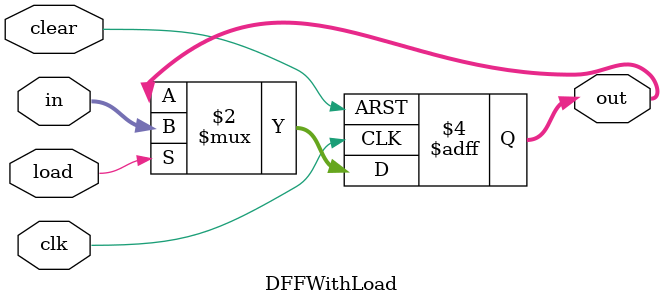
<source format=v>
module DFFWithLoad #(parameter WIDTH = 8) (
    input wire clk,
    input wire clear,
    input wire load,
    input wire [WIDTH-1:0] in,
    output reg [WIDTH-1:0] out
);
    always @(posedge clk or posedge clear) begin
        if (clear)
            out <= 0;
        else if (load)
            out <= in;
    end
endmodule
</source>
